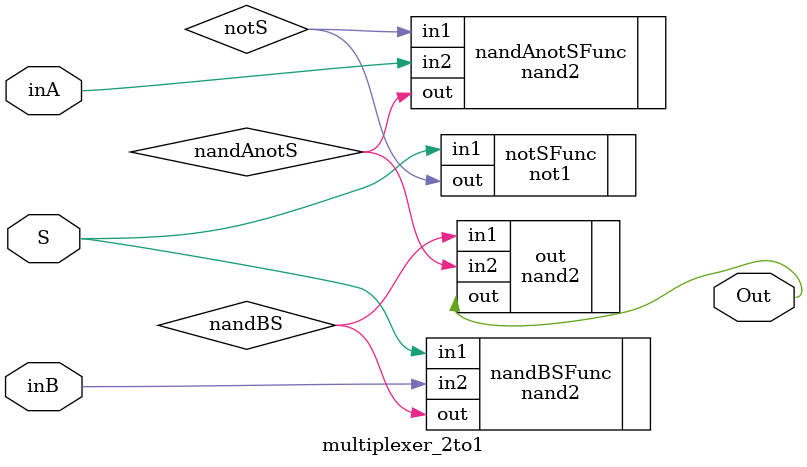
<source format=v>
module multiplexer_2to1 (inA, inB, S, Out);
	input inA, inB, S;
    output Out;
	wire notS;
	wire nandBS;
	wire nandAnotS;

	not1 notSFunc(.in1(S), .out(notS));
	nand2 nandBSFunc(.in1(S), .in2(inB), .out(nandBS));
	nand2 nandAnotSFunc(.in1(notS), .in2(inA), .out(nandAnotS));
	nand2 out(.in1(nandBS), .in2(nandAnotS), .out(Out)); 

/*
        always @* begin
       $display("\nMuxing Variables:    inA = %b    inB = %b    S = %b    Out = %b    notS = %b    nandBS = %b    nandAnotS = %b\n",inA, inB, S, Out, notS, nandBS, nandAnotS); 
       end
*/

endmodule

</source>
